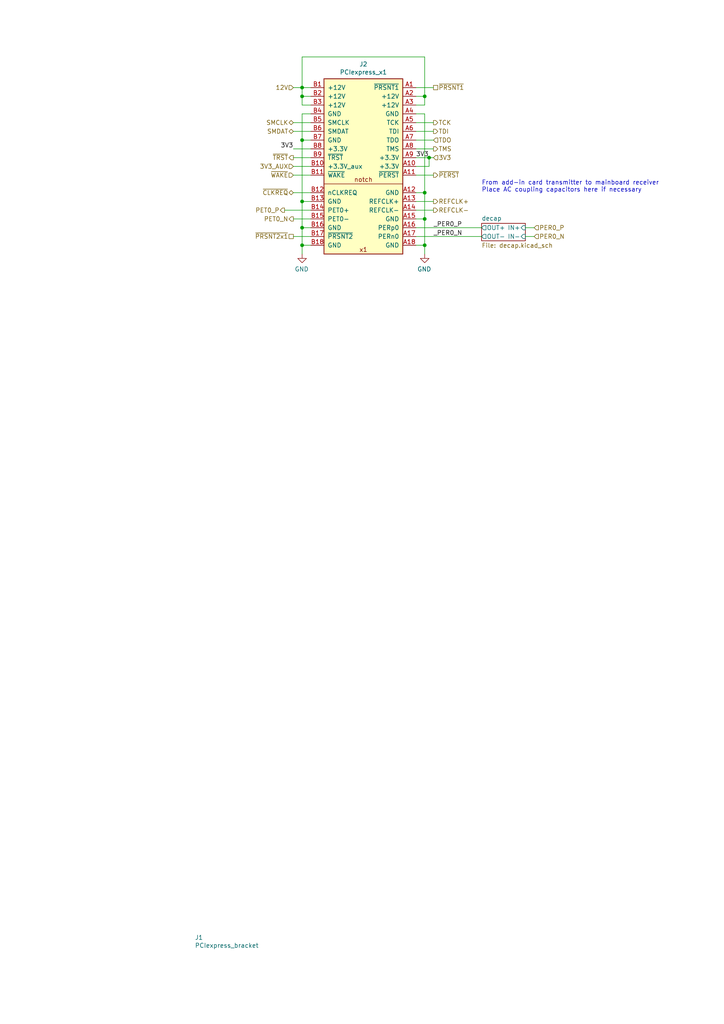
<source format=kicad_sch>
(kicad_sch (version 20211123) (generator eeschema)

  (uuid 5cbb5968-dbb5-4b84-864a-ead1cacf75b9)

  (paper "A4" portrait)

  (title_block
    (title "PCIexpress_x1_low")
    (company "Author: Luca Anastasio")
  )

  (lib_symbols
    (symbol "pcie-ethernet-rescue:PCIexpress_bracket-PCIexpress" (pin_names (offset 1.016)) (in_bom yes) (on_board yes)
      (property "Reference" "J" (id 0) (at 0 0 0)
        (effects (font (size 1.27 1.27)))
      )
      (property "Value" "PCIexpress_bracket-PCIexpress" (id 1) (at 0 0 0)
        (effects (font (size 1.27 1.27)))
      )
      (property "Footprint" "" (id 2) (at 0 0 0)
        (effects (font (size 1.27 1.27)) hide)
      )
      (property "Datasheet" "" (id 3) (at 0 0 0)
        (effects (font (size 1.27 1.27)) hide)
      )
      (property "ki_fp_filters" "PCIexpress_bracket_*" (id 4) (at 0 0 0)
        (effects (font (size 1.27 1.27)) hide)
      )
    )
    (symbol "pcie-ethernet-rescue:PCIexpress_x1-PCIexpress" (pin_names (offset 1.016)) (in_bom yes) (on_board yes)
      (property "Reference" "J2" (id 0) (at 0 4.2418 0)
        (effects (font (size 1.27 1.27)))
      )
      (property "Value" "PCIexpress_x1" (id 1) (at 0 1.9304 0)
        (effects (font (size 1.27 1.27)))
      )
      (property "Footprint" "" (id 2) (at 0 -24.13 0)
        (effects (font (size 1.27 1.27)) hide)
      )
      (property "Datasheet" "" (id 3) (at 0 -24.13 0)
        (effects (font (size 1.27 1.27)) hide)
      )
      (property "POP" "DNP" (id 4) (at 0 0 0)
        (effects (font (size 1.27 1.27)) hide)
      )
      (symbol "PCIexpress_x1-PCIexpress_0_0"
        (text "notch" (at 0 -29.21 0)
          (effects (font (size 1.27 1.27)))
        )
        (text "x1" (at 0 -49.53 0)
          (effects (font (size 1.27 1.27)))
        )
      )
      (symbol "PCIexpress_x1-PCIexpress_0_1"
        (polyline
          (pts
            (xy 11.43 -30.48)
            (xy -11.43 -30.48)
          )
          (stroke (width 0) (type default) (color 0 0 0 0))
          (fill (type none))
        )
      )
      (symbol "PCIexpress_x1-PCIexpress_1_1"
        (rectangle (start 11.43 0) (end -11.43 -50.8)
          (stroke (width 0.254) (type default) (color 0 0 0 0))
          (fill (type background))
        )
        (pin passive line (at 15.24 -2.54 180) (length 3.81)
          (name "~{PRSNT1}" (effects (font (size 1.27 1.27))))
          (number "A1" (effects (font (size 1.27 1.27))))
        )
        (pin power_out line (at 15.24 -25.4 180) (length 3.81)
          (name "+3.3V" (effects (font (size 1.27 1.27))))
          (number "A10" (effects (font (size 1.27 1.27))))
        )
        (pin output line (at 15.24 -27.94 180) (length 3.81)
          (name "~{PERST}" (effects (font (size 1.27 1.27))))
          (number "A11" (effects (font (size 1.27 1.27))))
        )
        (pin power_out line (at 15.24 -33.02 180) (length 3.81)
          (name "GND" (effects (font (size 1.27 1.27))))
          (number "A12" (effects (font (size 1.27 1.27))))
        )
        (pin output line (at 15.24 -35.56 180) (length 3.81)
          (name "REFCLK+" (effects (font (size 1.27 1.27))))
          (number "A13" (effects (font (size 1.27 1.27))))
        )
        (pin output line (at 15.24 -38.1 180) (length 3.81)
          (name "REFCLK-" (effects (font (size 1.27 1.27))))
          (number "A14" (effects (font (size 1.27 1.27))))
        )
        (pin power_out line (at 15.24 -40.64 180) (length 3.81)
          (name "GND" (effects (font (size 1.27 1.27))))
          (number "A15" (effects (font (size 1.27 1.27))))
        )
        (pin input line (at 15.24 -43.18 180) (length 3.81)
          (name "PERp0" (effects (font (size 1.27 1.27))))
          (number "A16" (effects (font (size 1.27 1.27))))
        )
        (pin input line (at 15.24 -45.72 180) (length 3.81)
          (name "PERn0" (effects (font (size 1.27 1.27))))
          (number "A17" (effects (font (size 1.27 1.27))))
        )
        (pin power_out line (at 15.24 -48.26 180) (length 3.81)
          (name "GND" (effects (font (size 1.27 1.27))))
          (number "A18" (effects (font (size 1.27 1.27))))
        )
        (pin power_out line (at 15.24 -5.08 180) (length 3.81)
          (name "+12V" (effects (font (size 1.27 1.27))))
          (number "A2" (effects (font (size 1.27 1.27))))
        )
        (pin power_out line (at 15.24 -7.62 180) (length 3.81)
          (name "+12V" (effects (font (size 1.27 1.27))))
          (number "A3" (effects (font (size 1.27 1.27))))
        )
        (pin power_out line (at 15.24 -10.16 180) (length 3.81)
          (name "GND" (effects (font (size 1.27 1.27))))
          (number "A4" (effects (font (size 1.27 1.27))))
        )
        (pin output line (at 15.24 -12.7 180) (length 3.81)
          (name "TCK" (effects (font (size 1.27 1.27))))
          (number "A5" (effects (font (size 1.27 1.27))))
        )
        (pin output line (at 15.24 -15.24 180) (length 3.81)
          (name "TDI" (effects (font (size 1.27 1.27))))
          (number "A6" (effects (font (size 1.27 1.27))))
        )
        (pin input line (at 15.24 -17.78 180) (length 3.81)
          (name "TDO" (effects (font (size 1.27 1.27))))
          (number "A7" (effects (font (size 1.27 1.27))))
        )
        (pin output line (at 15.24 -20.32 180) (length 3.81)
          (name "TMS" (effects (font (size 1.27 1.27))))
          (number "A8" (effects (font (size 1.27 1.27))))
        )
        (pin power_out line (at 15.24 -22.86 180) (length 3.81)
          (name "+3.3V" (effects (font (size 1.27 1.27))))
          (number "A9" (effects (font (size 1.27 1.27))))
        )
        (pin power_out line (at -15.24 -2.54 0) (length 3.81)
          (name "+12V" (effects (font (size 1.27 1.27))))
          (number "B1" (effects (font (size 1.27 1.27))))
        )
        (pin power_out line (at -15.24 -25.4 0) (length 3.81)
          (name "+3.3V_aux" (effects (font (size 1.27 1.27))))
          (number "B10" (effects (font (size 1.27 1.27))))
        )
        (pin open_collector line (at -15.24 -27.94 0) (length 3.81)
          (name "~{WAKE}" (effects (font (size 1.27 1.27))))
          (number "B11" (effects (font (size 1.27 1.27))))
        )
        (pin bidirectional line (at -15.24 -33.02 0) (length 3.81)
          (name "nCLKREQ" (effects (font (size 1.27 1.27))))
          (number "B12" (effects (font (size 1.27 1.27))))
        )
        (pin power_out line (at -15.24 -35.56 0) (length 3.81)
          (name "GND" (effects (font (size 1.27 1.27))))
          (number "B13" (effects (font (size 1.27 1.27))))
        )
        (pin output line (at -15.24 -38.1 0) (length 3.81)
          (name "PET0+" (effects (font (size 1.27 1.27))))
          (number "B14" (effects (font (size 1.27 1.27))))
        )
        (pin output line (at -15.24 -40.64 0) (length 3.81)
          (name "PET0-" (effects (font (size 1.27 1.27))))
          (number "B15" (effects (font (size 1.27 1.27))))
        )
        (pin power_out line (at -15.24 -43.18 0) (length 3.81)
          (name "GND" (effects (font (size 1.27 1.27))))
          (number "B16" (effects (font (size 1.27 1.27))))
        )
        (pin passive line (at -15.24 -45.72 0) (length 3.81)
          (name "~{PRSNT2}" (effects (font (size 1.27 1.27))))
          (number "B17" (effects (font (size 1.27 1.27))))
        )
        (pin power_out line (at -15.24 -48.26 0) (length 3.81)
          (name "GND" (effects (font (size 1.27 1.27))))
          (number "B18" (effects (font (size 1.27 1.27))))
        )
        (pin power_out line (at -15.24 -5.08 0) (length 3.81)
          (name "+12V" (effects (font (size 1.27 1.27))))
          (number "B2" (effects (font (size 1.27 1.27))))
        )
        (pin power_out line (at -15.24 -7.62 0) (length 3.81)
          (name "+12V" (effects (font (size 1.27 1.27))))
          (number "B3" (effects (font (size 1.27 1.27))))
        )
        (pin power_out line (at -15.24 -10.16 0) (length 3.81)
          (name "GND" (effects (font (size 1.27 1.27))))
          (number "B4" (effects (font (size 1.27 1.27))))
        )
        (pin open_collector line (at -15.24 -12.7 0) (length 3.81)
          (name "SMCLK" (effects (font (size 1.27 1.27))))
          (number "B5" (effects (font (size 1.27 1.27))))
        )
        (pin open_collector line (at -15.24 -15.24 0) (length 3.81)
          (name "SMDAT" (effects (font (size 1.27 1.27))))
          (number "B6" (effects (font (size 1.27 1.27))))
        )
        (pin power_out line (at -15.24 -17.78 0) (length 3.81)
          (name "GND" (effects (font (size 1.27 1.27))))
          (number "B7" (effects (font (size 1.27 1.27))))
        )
        (pin power_out line (at -15.24 -20.32 0) (length 3.81)
          (name "+3.3V" (effects (font (size 1.27 1.27))))
          (number "B8" (effects (font (size 1.27 1.27))))
        )
        (pin output line (at -15.24 -22.86 0) (length 3.81)
          (name "~{TRST}" (effects (font (size 1.27 1.27))))
          (number "B9" (effects (font (size 1.27 1.27))))
        )
      )
    )
    (symbol "power:GND" (power) (pin_names (offset 0)) (in_bom yes) (on_board yes)
      (property "Reference" "#PWR" (id 0) (at 0 -6.35 0)
        (effects (font (size 1.27 1.27)) hide)
      )
      (property "Value" "GND" (id 1) (at 0 -3.81 0)
        (effects (font (size 1.27 1.27)))
      )
      (property "Footprint" "" (id 2) (at 0 0 0)
        (effects (font (size 1.27 1.27)) hide)
      )
      (property "Datasheet" "" (id 3) (at 0 0 0)
        (effects (font (size 1.27 1.27)) hide)
      )
      (property "ki_keywords" "power-flag" (id 4) (at 0 0 0)
        (effects (font (size 1.27 1.27)) hide)
      )
      (property "ki_description" "Power symbol creates a global label with name \"GND\" , ground" (id 5) (at 0 0 0)
        (effects (font (size 1.27 1.27)) hide)
      )
      (symbol "GND_0_1"
        (polyline
          (pts
            (xy 0 0)
            (xy 0 -1.27)
            (xy 1.27 -1.27)
            (xy 0 -2.54)
            (xy -1.27 -1.27)
            (xy 0 -1.27)
          )
          (stroke (width 0) (type default) (color 0 0 0 0))
          (fill (type none))
        )
      )
      (symbol "GND_1_1"
        (pin power_in line (at 0 0 270) (length 0) hide
          (name "GND" (effects (font (size 1.27 1.27))))
          (number "1" (effects (font (size 1.27 1.27))))
        )
      )
    )
  )

  (junction (at 87.63 25.4) (diameter 0) (color 0 0 0 0)
    (uuid 2f215f15-3d52-4c91-93e6-3ea03a95622f)
  )
  (junction (at 123.19 63.5) (diameter 0) (color 0 0 0 0)
    (uuid 4a4ec8d9-3d72-4952-83d4-808f65849a2b)
  )
  (junction (at 123.19 55.88) (diameter 0) (color 0 0 0 0)
    (uuid 5528bcad-2950-4673-90eb-c37e6952c475)
  )
  (junction (at 87.63 66.04) (diameter 0) (color 0 0 0 0)
    (uuid 6441b183-b8f2-458f-a23d-60e2b1f66dd6)
  )
  (junction (at 87.63 58.42) (diameter 0) (color 0 0 0 0)
    (uuid 80094b70-85ab-4ff6-934b-60d5ee65023a)
  )
  (junction (at 124.46 45.72) (diameter 0) (color 0 0 0 0)
    (uuid 8fd18e54-90c1-4d72-8141-c672177a28d9)
  )
  (junction (at 87.63 40.64) (diameter 0) (color 0 0 0 0)
    (uuid 97fe9c60-586f-4895-8504-4d3729f5f81a)
  )
  (junction (at 123.19 27.94) (diameter 0) (color 0 0 0 0)
    (uuid 9e1b837f-0d34-4a18-9644-9ee68f141f46)
  )
  (junction (at 87.63 27.94) (diameter 0) (color 0 0 0 0)
    (uuid bd5408e4-362d-4e43-9d39-78fb99eb52c8)
  )
  (junction (at 123.19 71.12) (diameter 0) (color 0 0 0 0)
    (uuid df32840e-2912-4088-b54c-9a85f64c0265)
  )
  (junction (at 87.63 71.12) (diameter 0) (color 0 0 0 0)
    (uuid ffd175d1-912a-4224-be1e-a8198680f46b)
  )

  (wire (pts (xy 87.63 27.94) (xy 87.63 25.4))
    (stroke (width 0) (type default) (color 0 0 0 0))
    (uuid 0217dfc4-fc13-4699-99ad-d9948522648e)
  )
  (wire (pts (xy 120.65 63.5) (xy 123.19 63.5))
    (stroke (width 0) (type default) (color 0 0 0 0))
    (uuid 08a7c925-7fae-4530-b0c9-120e185cb318)
  )
  (wire (pts (xy 90.17 58.42) (xy 87.63 58.42))
    (stroke (width 0) (type default) (color 0 0 0 0))
    (uuid 0f54db53-a272-4955-88fb-d7ab00657bb0)
  )
  (wire (pts (xy 124.46 45.72) (xy 125.73 45.72))
    (stroke (width 0) (type default) (color 0 0 0 0))
    (uuid 105e5e69-1629-4efc-80f8-9d26d1701dbb)
  )
  (wire (pts (xy 120.65 40.64) (xy 125.73 40.64))
    (stroke (width 0) (type default) (color 0 0 0 0))
    (uuid 12422a89-3d0c-485c-9386-f77121fd68fd)
  )
  (wire (pts (xy 87.63 73.66) (xy 87.63 71.12))
    (stroke (width 0) (type default) (color 0 0 0 0))
    (uuid 13c0ff76-ed71-4cd9-abb0-92c376825d5d)
  )
  (wire (pts (xy 120.65 50.8) (xy 125.73 50.8))
    (stroke (width 0) (type default) (color 0 0 0 0))
    (uuid 1a6d2848-e78e-49fe-8978-e1890f07836f)
  )
  (wire (pts (xy 120.65 25.4) (xy 125.73 25.4))
    (stroke (width 0) (type default) (color 0 0 0 0))
    (uuid 240e07e1-770b-4b27-894f-29fd601c924d)
  )
  (wire (pts (xy 85.09 48.26) (xy 90.17 48.26))
    (stroke (width 0) (type default) (color 0 0 0 0))
    (uuid 24f7628d-681d-4f0e-8409-40a129e929d9)
  )
  (wire (pts (xy 123.19 33.02) (xy 123.19 55.88))
    (stroke (width 0) (type default) (color 0 0 0 0))
    (uuid 2d6db888-4e40-41c8-b701-07170fc894bc)
  )
  (wire (pts (xy 87.63 66.04) (xy 87.63 58.42))
    (stroke (width 0) (type default) (color 0 0 0 0))
    (uuid 31e08896-1992-4725-96d9-9d2728bca7a3)
  )
  (wire (pts (xy 87.63 33.02) (xy 90.17 33.02))
    (stroke (width 0) (type default) (color 0 0 0 0))
    (uuid 3aaee4c4-dbf7-49a5-a620-9465d8cc3ae7)
  )
  (wire (pts (xy 120.65 35.56) (xy 125.73 35.56))
    (stroke (width 0) (type default) (color 0 0 0 0))
    (uuid 40165eda-4ba6-4565-9bb4-b9df6dbb08da)
  )
  (wire (pts (xy 120.65 66.04) (xy 139.7 66.04))
    (stroke (width 0) (type default) (color 0 0 0 0))
    (uuid 45008225-f50f-4d6b-b508-6730a9408caf)
  )
  (wire (pts (xy 85.09 38.1) (xy 90.17 38.1))
    (stroke (width 0) (type default) (color 0 0 0 0))
    (uuid 4780a290-d25c-4459-9579-eba3f7678762)
  )
  (wire (pts (xy 90.17 25.4) (xy 87.63 25.4))
    (stroke (width 0) (type default) (color 0 0 0 0))
    (uuid 61fe293f-6808-4b7f-9340-9aaac7054a97)
  )
  (wire (pts (xy 90.17 30.48) (xy 87.63 30.48))
    (stroke (width 0) (type default) (color 0 0 0 0))
    (uuid 63ff1c93-3f96-4c33-b498-5dd8c33bccc0)
  )
  (wire (pts (xy 120.65 58.42) (xy 125.73 58.42))
    (stroke (width 0) (type default) (color 0 0 0 0))
    (uuid 6475547d-3216-45a4-a15c-48314f1dd0f9)
  )
  (wire (pts (xy 123.19 33.02) (xy 120.65 33.02))
    (stroke (width 0) (type default) (color 0 0 0 0))
    (uuid 66043bca-a260-4915-9fce-8a51d324c687)
  )
  (wire (pts (xy 85.09 43.18) (xy 90.17 43.18))
    (stroke (width 0) (type default) (color 0 0 0 0))
    (uuid 6bfe5804-2ef9-4c65-b2a7-f01e4014370a)
  )
  (wire (pts (xy 124.46 48.26) (xy 124.46 45.72))
    (stroke (width 0) (type default) (color 0 0 0 0))
    (uuid 79450f79-301b-4f5a-80da-613b128c3b11)
  )
  (wire (pts (xy 120.65 55.88) (xy 123.19 55.88))
    (stroke (width 0) (type default) (color 0 0 0 0))
    (uuid 7bbf981c-a063-4e30-8911-e4228e1c0743)
  )
  (wire (pts (xy 120.65 43.18) (xy 125.73 43.18))
    (stroke (width 0) (type default) (color 0 0 0 0))
    (uuid 7d34f6b1-ab31-49be-b011-c67fe67a8a56)
  )
  (wire (pts (xy 85.09 35.56) (xy 90.17 35.56))
    (stroke (width 0) (type default) (color 0 0 0 0))
    (uuid 7e023245-2c2b-4e2b-bfb9-5d35176e88f2)
  )
  (wire (pts (xy 123.19 55.88) (xy 123.19 63.5))
    (stroke (width 0) (type default) (color 0 0 0 0))
    (uuid 7edc9030-db7b-43ac-a1b3-b87eeacb4c2d)
  )
  (wire (pts (xy 123.19 73.66) (xy 123.19 71.12))
    (stroke (width 0) (type default) (color 0 0 0 0))
    (uuid 8412992d-8754-44de-9e08-115cec1a3eff)
  )
  (wire (pts (xy 87.63 71.12) (xy 87.63 66.04))
    (stroke (width 0) (type default) (color 0 0 0 0))
    (uuid 852dabbf-de45-4470-8176-59d37a754407)
  )
  (wire (pts (xy 120.65 60.96) (xy 125.73 60.96))
    (stroke (width 0) (type default) (color 0 0 0 0))
    (uuid 8c6a821f-8e19-48f3-8f44-9b340f7689bc)
  )
  (wire (pts (xy 87.63 16.51) (xy 87.63 25.4))
    (stroke (width 0) (type default) (color 0 0 0 0))
    (uuid 8da933a9-35f8-42e6-8504-d1bab7264306)
  )
  (wire (pts (xy 120.65 38.1) (xy 125.73 38.1))
    (stroke (width 0) (type default) (color 0 0 0 0))
    (uuid 8e06ba1f-e3ba-4eb9-a10e-887dffd566d6)
  )
  (wire (pts (xy 87.63 40.64) (xy 87.63 33.02))
    (stroke (width 0) (type default) (color 0 0 0 0))
    (uuid 922058ca-d09a-45fd-8394-05f3e2c1e03a)
  )
  (wire (pts (xy 123.19 16.51) (xy 87.63 16.51))
    (stroke (width 0) (type default) (color 0 0 0 0))
    (uuid 98ca8839-8b68-415c-8bca-9df1481f1c69)
  )
  (wire (pts (xy 120.65 30.48) (xy 123.19 30.48))
    (stroke (width 0) (type default) (color 0 0 0 0))
    (uuid 9b0a1687-7e1b-4a04-a30b-c27a072a2949)
  )
  (wire (pts (xy 85.09 55.88) (xy 90.17 55.88))
    (stroke (width 0) (type default) (color 0 0 0 0))
    (uuid 9ef604ba-2d90-4fa2-9442-62b9a66ead0e)
  )
  (wire (pts (xy 82.55 60.96) (xy 90.17 60.96))
    (stroke (width 0) (type default) (color 0 0 0 0))
    (uuid a4c3bee4-308e-4330-a3e1-797a8bbc254b)
  )
  (wire (pts (xy 120.65 68.58) (xy 139.7 68.58))
    (stroke (width 0) (type default) (color 0 0 0 0))
    (uuid a544eb0a-75db-4baf-bf54-9ca21744343b)
  )
  (wire (pts (xy 85.09 63.5) (xy 90.17 63.5))
    (stroke (width 0) (type default) (color 0 0 0 0))
    (uuid aca4de92-9c41-4c2b-9afa-540d02dafa1c)
  )
  (wire (pts (xy 120.65 45.72) (xy 124.46 45.72))
    (stroke (width 0) (type default) (color 0 0 0 0))
    (uuid b31c3b93-69b9-443d-9365-5f3fa1e41177)
  )
  (wire (pts (xy 90.17 71.12) (xy 87.63 71.12))
    (stroke (width 0) (type default) (color 0 0 0 0))
    (uuid b5352a33-563a-4ffe-a231-2e68fb54afa3)
  )
  (wire (pts (xy 87.63 30.48) (xy 87.63 27.94))
    (stroke (width 0) (type default) (color 0 0 0 0))
    (uuid b88717bd-086f-46cd-9d3f-0396009d0996)
  )
  (wire (pts (xy 85.09 50.8) (xy 90.17 50.8))
    (stroke (width 0) (type default) (color 0 0 0 0))
    (uuid babeabf2-f3b0-4ed5-8d9e-0215947e6cf3)
  )
  (wire (pts (xy 90.17 40.64) (xy 87.63 40.64))
    (stroke (width 0) (type default) (color 0 0 0 0))
    (uuid bdc7face-9f7c-4701-80bb-4cc144448db1)
  )
  (wire (pts (xy 90.17 66.04) (xy 87.63 66.04))
    (stroke (width 0) (type default) (color 0 0 0 0))
    (uuid bfc0aadc-38cf-466e-a642-68fdc3138c78)
  )
  (wire (pts (xy 123.19 30.48) (xy 123.19 27.94))
    (stroke (width 0) (type default) (color 0 0 0 0))
    (uuid c01d25cd-f4bb-4ef3-b5ea-533a2a4ddb2b)
  )
  (wire (pts (xy 87.63 27.94) (xy 90.17 27.94))
    (stroke (width 0) (type default) (color 0 0 0 0))
    (uuid c0eca5ed-bc5e-4618-9bcd-80945bea41ed)
  )
  (wire (pts (xy 152.4 68.58) (xy 154.94 68.58))
    (stroke (width 0) (type default) (color 0 0 0 0))
    (uuid c43663ee-9a0d-4f27-a292-89ba89964065)
  )
  (wire (pts (xy 152.4 66.04) (xy 154.94 66.04))
    (stroke (width 0) (type default) (color 0 0 0 0))
    (uuid c830e3bc-dc64-4f65-8f47-3b106bae2807)
  )
  (wire (pts (xy 123.19 63.5) (xy 123.19 71.12))
    (stroke (width 0) (type default) (color 0 0 0 0))
    (uuid cbd8faed-e1f8-4406-87c8-58b2c504a5d4)
  )
  (wire (pts (xy 87.63 58.42) (xy 87.63 40.64))
    (stroke (width 0) (type default) (color 0 0 0 0))
    (uuid d4a1d3c4-b315-4bec-9220-d12a9eab51e0)
  )
  (wire (pts (xy 85.09 25.4) (xy 87.63 25.4))
    (stroke (width 0) (type default) (color 0 0 0 0))
    (uuid de372138-85bc-4560-a647-7f8c46c4bb6e)
  )
  (wire (pts (xy 85.09 45.72) (xy 90.17 45.72))
    (stroke (width 0) (type default) (color 0 0 0 0))
    (uuid df68c26a-03b5-4466-aecf-ba34b7dce6b7)
  )
  (wire (pts (xy 123.19 16.51) (xy 123.19 27.94))
    (stroke (width 0) (type default) (color 0 0 0 0))
    (uuid dfb2690a-7adc-4549-bf9c-c9eef17e4121)
  )
  (wire (pts (xy 90.17 68.58) (xy 85.09 68.58))
    (stroke (width 0) (type default) (color 0 0 0 0))
    (uuid e8c50f1b-c316-4110-9cce-5c24c65a1eaa)
  )
  (wire (pts (xy 120.65 48.26) (xy 124.46 48.26))
    (stroke (width 0) (type default) (color 0 0 0 0))
    (uuid ecccf944-b3cc-4038-9a28-5589aab81339)
  )
  (wire (pts (xy 123.19 27.94) (xy 120.65 27.94))
    (stroke (width 0) (type default) (color 0 0 0 0))
    (uuid ee27d19c-8dca-4ac8-a760-6dfd54d28071)
  )
  (wire (pts (xy 120.65 71.12) (xy 123.19 71.12))
    (stroke (width 0) (type default) (color 0 0 0 0))
    (uuid f2c93195-af12-4d3e-acdf-bdd0ff675c24)
  )

  (text "From add-in card transmitter to mainboard receiver\nPlace AC coupling capacitors here if necessary"
    (at 139.7 55.88 0)
    (effects (font (size 1.27 1.27)) (justify left bottom))
    (uuid d3c11c8f-a73d-4211-934b-a6da255728ad)
  )

  (label "3V3" (at 85.09 43.18 180)
    (effects (font (size 1.27 1.27)) (justify right bottom))
    (uuid 110da82f-c28e-4622-a2b1-389eeb6811ed)
  )
  (label "_PER0_N" (at 125.73 68.58 0)
    (effects (font (size 1.27 1.27)) (justify left bottom))
    (uuid 639c0e59-e95c-4114-bccd-2e7277505454)
  )
  (label "_PER0_P" (at 125.73 66.04 0)
    (effects (font (size 1.27 1.27)) (justify left bottom))
    (uuid 8ca3e20d-bcc7-4c5e-9deb-562dfed9fecb)
  )
  (label "3V3" (at 120.65 45.72 0)
    (effects (font (size 1.27 1.27)) (justify left bottom))
    (uuid ea2d84be-0f79-4803-b8de-80347c0df73e)
  )

  (hierarchical_label "TDO" (shape input) (at 125.73 40.64 0)
    (effects (font (size 1.27 1.27)) (justify left))
    (uuid 03c52831-5dc5-43c5-a442-8d23643b46fb)
  )
  (hierarchical_label "REFCLK+" (shape output) (at 125.73 58.42 0)
    (effects (font (size 1.27 1.27)) (justify left))
    (uuid 0b21a65d-d20b-411e-920a-75c343ac5136)
  )
  (hierarchical_label "~{CLKREQ}" (shape bidirectional) (at 85.09 55.88 180)
    (effects (font (size 1.27 1.27)) (justify right))
    (uuid 0c4d1da0-ecca-4c6b-a87a-2e01be7c3607)
  )
  (hierarchical_label "12V" (shape input) (at 85.09 25.4 180)
    (effects (font (size 1.27 1.27)) (justify right))
    (uuid 0f0aa9d0-8eaf-40b6-b6ee-7421fdf8673d)
  )
  (hierarchical_label "PET0_P" (shape output) (at 82.55 60.96 180)
    (effects (font (size 1.27 1.27)) (justify right))
    (uuid 0f22151c-f260-4674-b486-4710a2c42a55)
  )
  (hierarchical_label "PER0_P" (shape input) (at 154.94 66.04 0)
    (effects (font (size 1.27 1.27)) (justify left))
    (uuid 1e8701fc-ad24-40ea-846a-e3db538d6077)
  )
  (hierarchical_label "PER0_N" (shape input) (at 154.94 68.58 0)
    (effects (font (size 1.27 1.27)) (justify left))
    (uuid 25d545dc-8f50-4573-922c-35ef5a2a3a19)
  )
  (hierarchical_label "TDI" (shape output) (at 125.73 38.1 0)
    (effects (font (size 1.27 1.27)) (justify left))
    (uuid 29e78086-2175-405e-9ba3-c48766d2f50c)
  )
  (hierarchical_label "3V3" (shape input) (at 125.73 45.72 0)
    (effects (font (size 1.27 1.27)) (justify left))
    (uuid 2cb82714-8024-43bd-a2f3-b63425e63a73)
  )
  (hierarchical_label "SMDAT" (shape bidirectional) (at 85.09 38.1 180)
    (effects (font (size 1.27 1.27)) (justify right))
    (uuid 2d210a96-f81f-42a9-8bf4-1b43c11086f3)
  )
  (hierarchical_label "REFCLK-" (shape output) (at 125.73 60.96 0)
    (effects (font (size 1.27 1.27)) (justify left))
    (uuid 3cd1bda0-18db-417d-b581-a0c50623df68)
  )
  (hierarchical_label "~{WAKE}" (shape input) (at 85.09 50.8 180)
    (effects (font (size 1.27 1.27)) (justify right))
    (uuid 4c8eb964-bdf4-44de-90e9-e2ab82dd5313)
  )
  (hierarchical_label "~{PRSNT2x1}" (shape passive) (at 85.09 68.58 180)
    (effects (font (size 1.27 1.27)) (justify right))
    (uuid 666713b0-70f4-42df-8761-f65bc212d03b)
  )
  (hierarchical_label "~{PRSNT1}" (shape passive) (at 125.73 25.4 0)
    (effects (font (size 1.27 1.27)) (justify left))
    (uuid 6c2e273e-743c-4f1e-a647-4171f8122550)
  )
  (hierarchical_label "TCK" (shape output) (at 125.73 35.56 0)
    (effects (font (size 1.27 1.27)) (justify left))
    (uuid 94a873dc-af67-4ef9-8159-1f7c93eeb3d7)
  )
  (hierarchical_label "SMCLK" (shape bidirectional) (at 85.09 35.56 180)
    (effects (font (size 1.27 1.27)) (justify right))
    (uuid 9bb20359-0f8b-45bc-9d38-6626ed3a939d)
  )
  (hierarchical_label "TMS" (shape output) (at 125.73 43.18 0)
    (effects (font (size 1.27 1.27)) (justify left))
    (uuid a1823eb2-fb0d-4ed8-8b96-04184ac3a9d5)
  )
  (hierarchical_label "~{TRST}" (shape output) (at 85.09 45.72 180)
    (effects (font (size 1.27 1.27)) (justify right))
    (uuid aa14c3bd-4acc-4908-9d28-228585a22a9d)
  )
  (hierarchical_label "3V3_AUX" (shape input) (at 85.09 48.26 180)
    (effects (font (size 1.27 1.27)) (justify right))
    (uuid d6a7129f-5b83-41db-b3f2-4c28d0b23211)
  )
  (hierarchical_label "~{PERST}" (shape output) (at 125.73 50.8 0)
    (effects (font (size 1.27 1.27)) (justify left))
    (uuid e857610b-4434-4144-b04e-43c1ebdc5ceb)
  )
  (hierarchical_label "PET0_N" (shape output) (at 85.09 63.5 180)
    (effects (font (size 1.27 1.27)) (justify right))
    (uuid fe8d9267-7834-48d6-a191-c8724b2ee78d)
  )

  (symbol (lib_id "pcie-ethernet-rescue:PCIexpress_x1-PCIexpress") (at 105.41 22.86 0) (unit 1)
    (in_bom yes) (on_board yes)
    (uuid 00000000-0000-0000-0000-00005d4febd7)
    (property "Reference" "J2" (id 0) (at 105.41 18.6182 0))
    (property "Value" "PCIexpress_x1" (id 1) (at 105.41 20.9296 0))
    (property "Footprint" "PCIexpress:PCIexpress_x1" (id 2) (at 105.41 46.99 0)
      (effects (font (size 1.27 1.27)) hide)
    )
    (property "Datasheet" "" (id 3) (at 105.41 46.99 0)
      (effects (font (size 1.27 1.27)) hide)
    )
    (property "POP" "DNP" (id 4) (at 105.41 22.86 0)
      (effects (font (size 1.27 1.27)) hide)
    )
    (pin "A1" (uuid 6f5c3e16-f46a-49b8-9f89-d2d1652b5877))
    (pin "A10" (uuid f815d9fe-ff61-4271-ae20-b329e80c379a))
    (pin "A11" (uuid e5cecde9-1560-44dd-a37a-789b21b7d168))
    (pin "A12" (uuid 86f10539-c201-48e0-ba85-0bb1104396dc))
    (pin "A13" (uuid 90bdf8b3-979d-47a5-a553-16f3f2d65734))
    (pin "A14" (uuid efd4d00a-a7db-4bd5-87d8-7a1d99931c14))
    (pin "A15" (uuid 40101aa4-b797-46a5-aa9f-0bc748343854))
    (pin "A16" (uuid 425d4e0c-4af7-4877-bb5f-21af91cfe52d))
    (pin "A17" (uuid c86ad86c-d308-41b0-9bc3-7fc49e816701))
    (pin "A18" (uuid 2ebb8b5c-5488-4489-973c-d93246a94dc5))
    (pin "A2" (uuid 9c6879e7-fe10-472a-86e7-161b4bef2bc7))
    (pin "A3" (uuid a1df0793-30d4-4aa2-a1d9-0a3e4ad64f41))
    (pin "A4" (uuid 1978a2b8-52f8-461d-95e9-9b9f25148dbe))
    (pin "A5" (uuid 3ef77f74-fdb6-4d0d-996f-85c89c3ee16d))
    (pin "A6" (uuid d45e7256-661e-4d00-854c-f526f8bf15ad))
    (pin "A7" (uuid dc3aba9f-670c-48ff-8d17-ce46b2d14e1b))
    (pin "A8" (uuid d2c61604-a816-4601-a1a6-18f90f86b771))
    (pin "A9" (uuid ea87411d-3c37-4ee3-8f36-8e3a9f8bd10e))
    (pin "B1" (uuid a999881c-a4bc-47d4-9eb8-36f9cdf801e4))
    (pin "B10" (uuid 8a105e27-360d-4b14-b314-e5b151d85e0a))
    (pin "B11" (uuid dec7721f-253a-41eb-9287-d0b7bc694215))
    (pin "B12" (uuid 0e3170e8-bcda-49f0-a05c-16bd526f652b))
    (pin "B13" (uuid 2f4e6d3b-e788-40fd-a30d-623725dbb33b))
    (pin "B14" (uuid 16f46eb7-3179-4690-ba60-9ec9d64b3378))
    (pin "B15" (uuid c5a12768-f9ec-43d1-9832-40cf58ab35d8))
    (pin "B16" (uuid 486fb20f-4d44-4d0e-98e3-b32ec2eda971))
    (pin "B17" (uuid 9a8b7046-99b9-43b5-9740-2bf42c50fd1e))
    (pin "B18" (uuid 6abfd228-b84c-4c51-a63b-e85b0dd8af0d))
    (pin "B2" (uuid 2503d954-ef99-4072-b4c2-68d293469a5a))
    (pin "B3" (uuid c5119c27-886e-4e5d-a3d6-b687afc97a5f))
    (pin "B4" (uuid 41a21862-965c-43a6-a37c-e7f05eddb9f6))
    (pin "B5" (uuid a1ff99f3-4674-4b77-aaee-8bfef9eeac71))
    (pin "B6" (uuid b55d8c60-122f-4b07-af35-8b61ef7e15af))
    (pin "B7" (uuid 58f05cab-efdd-4aa9-a5ca-3b2017dba7ad))
    (pin "B8" (uuid 028fa86a-5859-41be-bd1f-58207503dfac))
    (pin "B9" (uuid 7a683382-1dbf-447f-8e83-d7e70b931d63))
  )

  (symbol (lib_id "pcie-ethernet-rescue:PCIexpress_bracket-PCIexpress") (at 55.88 273.05 0) (unit 1)
    (in_bom yes) (on_board yes)
    (uuid 00000000-0000-0000-0000-00005d51ada7)
    (property "Reference" "J1" (id 0) (at 56.515 271.8816 0)
      (effects (font (size 1.27 1.27)) (justify left))
    )
    (property "Value" "PCIexpress_bracket" (id 1) (at 56.515 274.193 0)
      (effects (font (size 1.27 1.27)) (justify left))
    )
    (property "Footprint" "PCIexpress:PCIexpress_bracket_low" (id 2) (at 55.88 273.05 0)
      (effects (font (size 1.27 1.27)) hide)
    )
    (property "Datasheet" "" (id 3) (at 55.88 273.05 0)
      (effects (font (size 1.27 1.27)) hide)
    )
    (property "POP" "DNP" (id 4) (at 55.88 273.05 0)
      (effects (font (size 1.27 1.27)) hide)
    )
  )

  (symbol (lib_id "power:GND") (at 87.63 73.66 0) (mirror y) (unit 1)
    (in_bom yes) (on_board yes)
    (uuid 00000000-0000-0000-0000-00005d51adb3)
    (property "Reference" "#PWR0101" (id 0) (at 87.63 80.01 0)
      (effects (font (size 1.27 1.27)) hide)
    )
    (property "Value" "GND" (id 1) (at 87.503 78.0542 0))
    (property "Footprint" "" (id 2) (at 87.63 73.66 0)
      (effects (font (size 1.27 1.27)) hide)
    )
    (property "Datasheet" "" (id 3) (at 87.63 73.66 0)
      (effects (font (size 1.27 1.27)) hide)
    )
    (pin "1" (uuid e94dfe8b-2a89-44d2-beec-206a1417d69d))
  )

  (symbol (lib_id "power:GND") (at 123.19 73.66 0) (mirror y) (unit 1)
    (in_bom yes) (on_board yes)
    (uuid 00000000-0000-0000-0000-00005d51adb9)
    (property "Reference" "#PWR0102" (id 0) (at 123.19 80.01 0)
      (effects (font (size 1.27 1.27)) hide)
    )
    (property "Value" "GND" (id 1) (at 123.063 78.0542 0))
    (property "Footprint" "" (id 2) (at 123.19 73.66 0)
      (effects (font (size 1.27 1.27)) hide)
    )
    (property "Datasheet" "" (id 3) (at 123.19 73.66 0)
      (effects (font (size 1.27 1.27)) hide)
    )
    (pin "1" (uuid 2fd6b1d8-deda-452b-beed-4d508634f7b1))
  )

  (sheet (at 139.7 64.77) (size 12.7 5.08) (fields_autoplaced)
    (stroke (width 0) (type solid) (color 0 0 0 0))
    (fill (color 0 0 0 0.0000))
    (uuid 00000000-0000-0000-0000-00005dab5272)
    (property "Sheet name" "decap" (id 0) (at 139.7 64.0584 0)
      (effects (font (size 1.27 1.27)) (justify left bottom))
    )
    (property "Sheet file" "decap.kicad_sch" (id 1) (at 139.7 70.4346 0)
      (effects (font (size 1.27 1.27)) (justify left top))
    )
    (pin "IN+" input (at 152.4 66.04 0)
      (effects (font (size 1.27 1.27)) (justify right))
      (uuid 40976bf0-19de-460f-ad64-224d4f51e16b)
    )
    (pin "OUT+" output (at 139.7 66.04 180)
      (effects (font (size 1.27 1.27)) (justify left))
      (uuid e21aa84b-970e-47cf-b64f-3b55ee0e1b51)
    )
    (pin "OUT-" output (at 139.7 68.58 180)
      (effects (font (size 1.27 1.27)) (justify left))
      (uuid c8c79177-94d4-43e2-a654-f0a5554fbb68)
    )
    (pin "IN-" input (at 152.4 68.58 0)
      (effects (font (size 1.27 1.27)) (justify right))
      (uuid a15a7506-eae4-4933-84da-9ad754258706)
    )
  )
)

</source>
